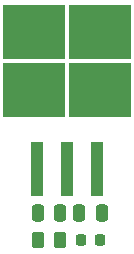
<source format=gbr>
%TF.GenerationSoftware,KiCad,Pcbnew,(6.0.9)*%
%TF.CreationDate,2023-05-11T13:54:47+10:00*%
%TF.ProjectId,Rescue Line,52657363-7565-4204-9c69-6e652e6b6963,rev?*%
%TF.SameCoordinates,Original*%
%TF.FileFunction,Paste,Top*%
%TF.FilePolarity,Positive*%
%FSLAX46Y46*%
G04 Gerber Fmt 4.6, Leading zero omitted, Abs format (unit mm)*
G04 Created by KiCad (PCBNEW (6.0.9)) date 2023-05-11 13:54:47*
%MOMM*%
%LPD*%
G01*
G04 APERTURE LIST*
G04 Aperture macros list*
%AMRoundRect*
0 Rectangle with rounded corners*
0 $1 Rounding radius*
0 $2 $3 $4 $5 $6 $7 $8 $9 X,Y pos of 4 corners*
0 Add a 4 corners polygon primitive as box body*
4,1,4,$2,$3,$4,$5,$6,$7,$8,$9,$2,$3,0*
0 Add four circle primitives for the rounded corners*
1,1,$1+$1,$2,$3*
1,1,$1+$1,$4,$5*
1,1,$1+$1,$6,$7*
1,1,$1+$1,$8,$9*
0 Add four rect primitives between the rounded corners*
20,1,$1+$1,$2,$3,$4,$5,0*
20,1,$1+$1,$4,$5,$6,$7,0*
20,1,$1+$1,$6,$7,$8,$9,0*
20,1,$1+$1,$8,$9,$2,$3,0*%
G04 Aperture macros list end*
%ADD10RoundRect,0.250000X0.250000X0.475000X-0.250000X0.475000X-0.250000X-0.475000X0.250000X-0.475000X0*%
%ADD11RoundRect,0.218750X0.218750X0.256250X-0.218750X0.256250X-0.218750X-0.256250X0.218750X-0.256250X0*%
%ADD12RoundRect,0.250000X0.262500X0.450000X-0.262500X0.450000X-0.262500X-0.450000X0.262500X-0.450000X0*%
%ADD13RoundRect,0.250000X-0.250000X-0.475000X0.250000X-0.475000X0.250000X0.475000X-0.250000X0.475000X0*%
%ADD14R,5.250000X4.550000*%
%ADD15R,1.100000X4.600000*%
G04 APERTURE END LIST*
D10*
%TO.C,C2*%
X110950000Y-90750000D03*
X109050000Y-90750000D03*
%TD*%
D11*
%TO.C,D2*%
X114287500Y-93000000D03*
X112712500Y-93000000D03*
%TD*%
D12*
%TO.C,R2*%
X110912500Y-93000000D03*
X109087500Y-93000000D03*
%TD*%
D13*
%TO.C,C1*%
X112550000Y-90750000D03*
X114450000Y-90750000D03*
%TD*%
D14*
%TO.C,U1*%
X114275000Y-80300000D03*
X108725000Y-75450000D03*
X114275000Y-75450000D03*
X108725000Y-80300000D03*
D15*
X108960000Y-87025000D03*
X111500000Y-87025000D03*
X114040000Y-87025000D03*
%TD*%
M02*

</source>
